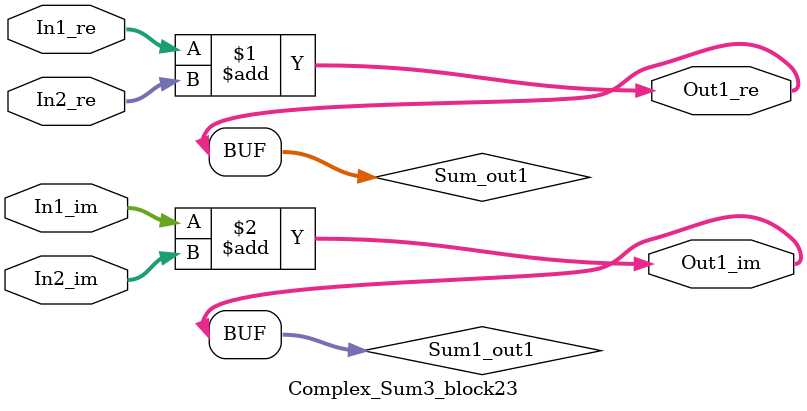
<source format=v>



`timescale 1 ns / 1 ns

module Complex_Sum3_block23
          (In1_re,
           In1_im,
           In2_re,
           In2_im,
           Out1_re,
           Out1_im);


  input   signed [36:0] In1_re;  // sfix37_En22
  input   signed [36:0] In1_im;  // sfix37_En22
  input   signed [36:0] In2_re;  // sfix37_En22
  input   signed [36:0] In2_im;  // sfix37_En22
  output  signed [36:0] Out1_re;  // sfix37_En22
  output  signed [36:0] Out1_im;  // sfix37_En22


  wire signed [36:0] Sum_out1;  // sfix37_En22
  wire signed [36:0] Sum1_out1;  // sfix37_En22


  assign Sum_out1 = In1_re + In2_re;



  assign Out1_re = Sum_out1;

  assign Sum1_out1 = In1_im + In2_im;



  assign Out1_im = Sum1_out1;

endmodule  // Complex_Sum3_block23


</source>
